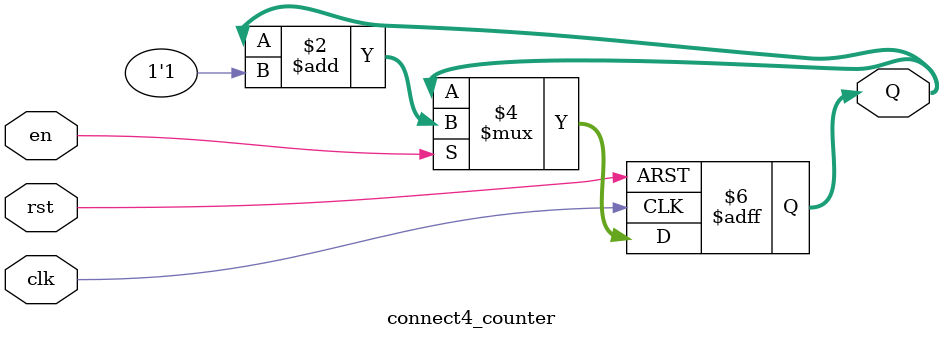
<source format=sv>
module connect4_counter #(parameter N = 4)(
	input clk, rst, en,
	output logic [N-1:0] Q);
	
always_ff @(negedge clk or posedge rst)
	if (rst) Q = 4'h00;
	else
		if (en) Q = Q + 1'b1;
		
endmodule
</source>
